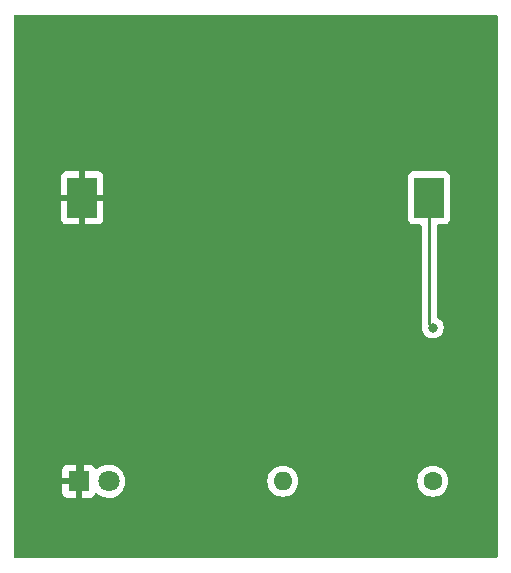
<source format=gbr>
%TF.GenerationSoftware,KiCad,Pcbnew,6.0.7-f9a2dced07~116~ubuntu22.04.1*%
%TF.CreationDate,2022-08-30T22:25:07-07:00*%
%TF.ProjectId,kicad_hello_world,6b696361-645f-4686-956c-6c6f5f776f72,0*%
%TF.SameCoordinates,Original*%
%TF.FileFunction,Copper,L2,Bot*%
%TF.FilePolarity,Positive*%
%FSLAX46Y46*%
G04 Gerber Fmt 4.6, Leading zero omitted, Abs format (unit mm)*
G04 Created by KiCad (PCBNEW 6.0.7-f9a2dced07~116~ubuntu22.04.1) date 2022-08-30 22:25:07*
%MOMM*%
%LPD*%
G01*
G04 APERTURE LIST*
%TA.AperFunction,ComponentPad*%
%ADD10O,1.600000X1.600000*%
%TD*%
%TA.AperFunction,ComponentPad*%
%ADD11C,1.600000*%
%TD*%
%TA.AperFunction,ComponentPad*%
%ADD12R,1.800000X1.800000*%
%TD*%
%TA.AperFunction,ComponentPad*%
%ADD13C,1.800000*%
%TD*%
%TA.AperFunction,SMDPad,CuDef*%
%ADD14R,2.540000X3.510000*%
%TD*%
%TA.AperFunction,ViaPad*%
%ADD15C,0.800000*%
%TD*%
%TA.AperFunction,Conductor*%
%ADD16C,0.250000*%
%TD*%
G04 APERTURE END LIST*
D10*
%TO.P,R1,2*%
%TO.N,/led*%
X137300000Y-114000000D03*
D11*
%TO.P,R1,1*%
%TO.N,VCC*%
X150000000Y-114000000D03*
%TD*%
D12*
%TO.P,D1,1,K*%
%TO.N,GND*%
X120000000Y-114000000D03*
D13*
%TO.P,D1,2,A*%
%TO.N,/led*%
X122540000Y-114000000D03*
%TD*%
D14*
%TO.P,BT1,2,-*%
%TO.N,GND*%
X120320000Y-90000000D03*
%TO.P,BT1,1,+*%
%TO.N,VCC*%
X149680000Y-90000000D03*
%TD*%
D15*
%TO.N,VCC*%
X150000000Y-101000000D03*
%TD*%
D16*
%TO.N,VCC*%
X149680000Y-100680000D02*
X150000000Y-101000000D01*
X149680000Y-90000000D02*
X149680000Y-100680000D01*
%TO.N,GND*%
X120320000Y-90000000D02*
X120320000Y-113680000D01*
X120320000Y-113680000D02*
X120000000Y-114000000D01*
%TD*%
%TA.AperFunction,Conductor*%
%TO.N,GND*%
G36*
X155433621Y-74528502D02*
G01*
X155480114Y-74582158D01*
X155491500Y-74634500D01*
X155491500Y-120365500D01*
X155471498Y-120433621D01*
X155417842Y-120480114D01*
X155365500Y-120491500D01*
X114634500Y-120491500D01*
X114566379Y-120471498D01*
X114519886Y-120417842D01*
X114508500Y-120365500D01*
X114508500Y-114944669D01*
X118592001Y-114944669D01*
X118592371Y-114951490D01*
X118597895Y-115002352D01*
X118601521Y-115017604D01*
X118646676Y-115138054D01*
X118655214Y-115153649D01*
X118731715Y-115255724D01*
X118744276Y-115268285D01*
X118846351Y-115344786D01*
X118861946Y-115353324D01*
X118982394Y-115398478D01*
X118997649Y-115402105D01*
X119048514Y-115407631D01*
X119055328Y-115408000D01*
X119727885Y-115408000D01*
X119743124Y-115403525D01*
X119744329Y-115402135D01*
X119746000Y-115394452D01*
X119746000Y-115389884D01*
X120254000Y-115389884D01*
X120258475Y-115405123D01*
X120259865Y-115406328D01*
X120267548Y-115407999D01*
X120944669Y-115407999D01*
X120951490Y-115407629D01*
X121002352Y-115402105D01*
X121017604Y-115398479D01*
X121138054Y-115353324D01*
X121153649Y-115344786D01*
X121255724Y-115268285D01*
X121268285Y-115255724D01*
X121344786Y-115153649D01*
X121353324Y-115138054D01*
X121374773Y-115080840D01*
X121417415Y-115024075D01*
X121483977Y-114999376D01*
X121553325Y-115014584D01*
X121573240Y-115028126D01*
X121705010Y-115137523D01*
X121729349Y-115157730D01*
X121929322Y-115274584D01*
X122145694Y-115357209D01*
X122150760Y-115358240D01*
X122150761Y-115358240D01*
X122203846Y-115369040D01*
X122372656Y-115403385D01*
X122503324Y-115408176D01*
X122598949Y-115411683D01*
X122598953Y-115411683D01*
X122604113Y-115411872D01*
X122609233Y-115411216D01*
X122609235Y-115411216D01*
X122708668Y-115398478D01*
X122833847Y-115382442D01*
X122838795Y-115380957D01*
X122838802Y-115380956D01*
X123050747Y-115317369D01*
X123055690Y-115315886D01*
X123060565Y-115313498D01*
X123259049Y-115216262D01*
X123259052Y-115216260D01*
X123263684Y-115213991D01*
X123452243Y-115079494D01*
X123616303Y-114916005D01*
X123751458Y-114727917D01*
X123854078Y-114520280D01*
X123921408Y-114298671D01*
X123951640Y-114069041D01*
X123953327Y-114000000D01*
X135986502Y-114000000D01*
X136006457Y-114228087D01*
X136007881Y-114233400D01*
X136007881Y-114233402D01*
X136017031Y-114267548D01*
X136065716Y-114449243D01*
X136068039Y-114454224D01*
X136068039Y-114454225D01*
X136160151Y-114651762D01*
X136160154Y-114651767D01*
X136162477Y-114656749D01*
X136293802Y-114844300D01*
X136455700Y-115006198D01*
X136460208Y-115009355D01*
X136460211Y-115009357D01*
X136460821Y-115009784D01*
X136643251Y-115137523D01*
X136648233Y-115139846D01*
X136648238Y-115139849D01*
X136807238Y-115213991D01*
X136850757Y-115234284D01*
X136856065Y-115235706D01*
X136856067Y-115235707D01*
X137066598Y-115292119D01*
X137066600Y-115292119D01*
X137071913Y-115293543D01*
X137300000Y-115313498D01*
X137528087Y-115293543D01*
X137533400Y-115292119D01*
X137533402Y-115292119D01*
X137743933Y-115235707D01*
X137743935Y-115235706D01*
X137749243Y-115234284D01*
X137792762Y-115213991D01*
X137951762Y-115139849D01*
X137951767Y-115139846D01*
X137956749Y-115137523D01*
X138139179Y-115009784D01*
X138139789Y-115009357D01*
X138139792Y-115009355D01*
X138144300Y-115006198D01*
X138306198Y-114844300D01*
X138437523Y-114656749D01*
X138439846Y-114651767D01*
X138439849Y-114651762D01*
X138531961Y-114454225D01*
X138531961Y-114454224D01*
X138534284Y-114449243D01*
X138582970Y-114267548D01*
X138592119Y-114233402D01*
X138592119Y-114233400D01*
X138593543Y-114228087D01*
X138613498Y-114000000D01*
X148686502Y-114000000D01*
X148706457Y-114228087D01*
X148707881Y-114233400D01*
X148707881Y-114233402D01*
X148717031Y-114267548D01*
X148765716Y-114449243D01*
X148768039Y-114454224D01*
X148768039Y-114454225D01*
X148860151Y-114651762D01*
X148860154Y-114651767D01*
X148862477Y-114656749D01*
X148993802Y-114844300D01*
X149155700Y-115006198D01*
X149160208Y-115009355D01*
X149160211Y-115009357D01*
X149160821Y-115009784D01*
X149343251Y-115137523D01*
X149348233Y-115139846D01*
X149348238Y-115139849D01*
X149507238Y-115213991D01*
X149550757Y-115234284D01*
X149556065Y-115235706D01*
X149556067Y-115235707D01*
X149766598Y-115292119D01*
X149766600Y-115292119D01*
X149771913Y-115293543D01*
X150000000Y-115313498D01*
X150228087Y-115293543D01*
X150233400Y-115292119D01*
X150233402Y-115292119D01*
X150443933Y-115235707D01*
X150443935Y-115235706D01*
X150449243Y-115234284D01*
X150492762Y-115213991D01*
X150651762Y-115139849D01*
X150651767Y-115139846D01*
X150656749Y-115137523D01*
X150839179Y-115009784D01*
X150839789Y-115009357D01*
X150839792Y-115009355D01*
X150844300Y-115006198D01*
X151006198Y-114844300D01*
X151137523Y-114656749D01*
X151139846Y-114651767D01*
X151139849Y-114651762D01*
X151231961Y-114454225D01*
X151231961Y-114454224D01*
X151234284Y-114449243D01*
X151282970Y-114267548D01*
X151292119Y-114233402D01*
X151292119Y-114233400D01*
X151293543Y-114228087D01*
X151313498Y-114000000D01*
X151293543Y-113771913D01*
X151285028Y-113740135D01*
X151235707Y-113556067D01*
X151235706Y-113556065D01*
X151234284Y-113550757D01*
X151216203Y-113511981D01*
X151139849Y-113348238D01*
X151139846Y-113348233D01*
X151137523Y-113343251D01*
X151006198Y-113155700D01*
X150844300Y-112993802D01*
X150839792Y-112990645D01*
X150839789Y-112990643D01*
X150737463Y-112918994D01*
X150656749Y-112862477D01*
X150651767Y-112860154D01*
X150651762Y-112860151D01*
X150454225Y-112768039D01*
X150454224Y-112768039D01*
X150449243Y-112765716D01*
X150443935Y-112764294D01*
X150443933Y-112764293D01*
X150233402Y-112707881D01*
X150233400Y-112707881D01*
X150228087Y-112706457D01*
X150000000Y-112686502D01*
X149771913Y-112706457D01*
X149766600Y-112707881D01*
X149766598Y-112707881D01*
X149556067Y-112764293D01*
X149556065Y-112764294D01*
X149550757Y-112765716D01*
X149545776Y-112768039D01*
X149545775Y-112768039D01*
X149348238Y-112860151D01*
X149348233Y-112860154D01*
X149343251Y-112862477D01*
X149262537Y-112918994D01*
X149160211Y-112990643D01*
X149160208Y-112990645D01*
X149155700Y-112993802D01*
X148993802Y-113155700D01*
X148862477Y-113343251D01*
X148860154Y-113348233D01*
X148860151Y-113348238D01*
X148783797Y-113511981D01*
X148765716Y-113550757D01*
X148764294Y-113556065D01*
X148764293Y-113556067D01*
X148714972Y-113740135D01*
X148706457Y-113771913D01*
X148686502Y-114000000D01*
X138613498Y-114000000D01*
X138593543Y-113771913D01*
X138585028Y-113740135D01*
X138535707Y-113556067D01*
X138535706Y-113556065D01*
X138534284Y-113550757D01*
X138516203Y-113511981D01*
X138439849Y-113348238D01*
X138439846Y-113348233D01*
X138437523Y-113343251D01*
X138306198Y-113155700D01*
X138144300Y-112993802D01*
X138139792Y-112990645D01*
X138139789Y-112990643D01*
X138037463Y-112918994D01*
X137956749Y-112862477D01*
X137951767Y-112860154D01*
X137951762Y-112860151D01*
X137754225Y-112768039D01*
X137754224Y-112768039D01*
X137749243Y-112765716D01*
X137743935Y-112764294D01*
X137743933Y-112764293D01*
X137533402Y-112707881D01*
X137533400Y-112707881D01*
X137528087Y-112706457D01*
X137300000Y-112686502D01*
X137071913Y-112706457D01*
X137066600Y-112707881D01*
X137066598Y-112707881D01*
X136856067Y-112764293D01*
X136856065Y-112764294D01*
X136850757Y-112765716D01*
X136845776Y-112768039D01*
X136845775Y-112768039D01*
X136648238Y-112860151D01*
X136648233Y-112860154D01*
X136643251Y-112862477D01*
X136562537Y-112918994D01*
X136460211Y-112990643D01*
X136460208Y-112990645D01*
X136455700Y-112993802D01*
X136293802Y-113155700D01*
X136162477Y-113343251D01*
X136160154Y-113348233D01*
X136160151Y-113348238D01*
X136083797Y-113511981D01*
X136065716Y-113550757D01*
X136064294Y-113556065D01*
X136064293Y-113556067D01*
X136014972Y-113740135D01*
X136006457Y-113771913D01*
X135986502Y-114000000D01*
X123953327Y-114000000D01*
X123947032Y-113923434D01*
X123934773Y-113774318D01*
X123934772Y-113774312D01*
X123934349Y-113769167D01*
X123880822Y-113556067D01*
X123879184Y-113549544D01*
X123879183Y-113549540D01*
X123877925Y-113544533D01*
X123785570Y-113332131D01*
X123659764Y-113137665D01*
X123503887Y-112966358D01*
X123499836Y-112963159D01*
X123499832Y-112963155D01*
X123326177Y-112826011D01*
X123326172Y-112826008D01*
X123322123Y-112822810D01*
X123317607Y-112820317D01*
X123317604Y-112820315D01*
X123123879Y-112713373D01*
X123123875Y-112713371D01*
X123119355Y-112710876D01*
X123114486Y-112709152D01*
X123114482Y-112709150D01*
X122905903Y-112635288D01*
X122905899Y-112635287D01*
X122901028Y-112633562D01*
X122895935Y-112632655D01*
X122895932Y-112632654D01*
X122678095Y-112593851D01*
X122678089Y-112593850D01*
X122673006Y-112592945D01*
X122595644Y-112592000D01*
X122446581Y-112590179D01*
X122446579Y-112590179D01*
X122441411Y-112590116D01*
X122212464Y-112625150D01*
X121992314Y-112697106D01*
X121987726Y-112699494D01*
X121987722Y-112699496D01*
X121791461Y-112801663D01*
X121786872Y-112804052D01*
X121782739Y-112807155D01*
X121782736Y-112807157D01*
X121605790Y-112940012D01*
X121601655Y-112943117D01*
X121598083Y-112946855D01*
X121583787Y-112961815D01*
X121522263Y-112997245D01*
X121451351Y-112993788D01*
X121393564Y-112952543D01*
X121374711Y-112918994D01*
X121353324Y-112861946D01*
X121344786Y-112846351D01*
X121268285Y-112744276D01*
X121255724Y-112731715D01*
X121153649Y-112655214D01*
X121138054Y-112646676D01*
X121017606Y-112601522D01*
X121002351Y-112597895D01*
X120951486Y-112592369D01*
X120944672Y-112592000D01*
X120272115Y-112592000D01*
X120256876Y-112596475D01*
X120255671Y-112597865D01*
X120254000Y-112605548D01*
X120254000Y-115389884D01*
X119746000Y-115389884D01*
X119746000Y-114272115D01*
X119741525Y-114256876D01*
X119740135Y-114255671D01*
X119732452Y-114254000D01*
X118610116Y-114254000D01*
X118594877Y-114258475D01*
X118593672Y-114259865D01*
X118592001Y-114267548D01*
X118592001Y-114944669D01*
X114508500Y-114944669D01*
X114508500Y-113727885D01*
X118592000Y-113727885D01*
X118596475Y-113743124D01*
X118597865Y-113744329D01*
X118605548Y-113746000D01*
X119727885Y-113746000D01*
X119743124Y-113741525D01*
X119744329Y-113740135D01*
X119746000Y-113732452D01*
X119746000Y-112610116D01*
X119741525Y-112594877D01*
X119740135Y-112593672D01*
X119732452Y-112592001D01*
X119055331Y-112592001D01*
X119048510Y-112592371D01*
X118997648Y-112597895D01*
X118982396Y-112601521D01*
X118861946Y-112646676D01*
X118846351Y-112655214D01*
X118744276Y-112731715D01*
X118731715Y-112744276D01*
X118655214Y-112846351D01*
X118646676Y-112861946D01*
X118601522Y-112982394D01*
X118597895Y-112997649D01*
X118592369Y-113048514D01*
X118592000Y-113055328D01*
X118592000Y-113727885D01*
X114508500Y-113727885D01*
X114508500Y-91799669D01*
X118542001Y-91799669D01*
X118542371Y-91806490D01*
X118547895Y-91857352D01*
X118551521Y-91872604D01*
X118596676Y-91993054D01*
X118605214Y-92008649D01*
X118681715Y-92110724D01*
X118694276Y-92123285D01*
X118796351Y-92199786D01*
X118811946Y-92208324D01*
X118932394Y-92253478D01*
X118947649Y-92257105D01*
X118998514Y-92262631D01*
X119005328Y-92263000D01*
X120047885Y-92263000D01*
X120063124Y-92258525D01*
X120064329Y-92257135D01*
X120066000Y-92249452D01*
X120066000Y-92244884D01*
X120574000Y-92244884D01*
X120578475Y-92260123D01*
X120579865Y-92261328D01*
X120587548Y-92262999D01*
X121634669Y-92262999D01*
X121641490Y-92262629D01*
X121692352Y-92257105D01*
X121707604Y-92253479D01*
X121828054Y-92208324D01*
X121843649Y-92199786D01*
X121945724Y-92123285D01*
X121958285Y-92110724D01*
X122034786Y-92008649D01*
X122043324Y-91993054D01*
X122088478Y-91872606D01*
X122092105Y-91857351D01*
X122097631Y-91806486D01*
X122097813Y-91803134D01*
X147901500Y-91803134D01*
X147908255Y-91865316D01*
X147959385Y-92001705D01*
X148046739Y-92118261D01*
X148163295Y-92205615D01*
X148299684Y-92256745D01*
X148361866Y-92263500D01*
X148920500Y-92263500D01*
X148988621Y-92283502D01*
X149035114Y-92337158D01*
X149046500Y-92389500D01*
X149046500Y-100601233D01*
X149045973Y-100612416D01*
X149044298Y-100619909D01*
X149044547Y-100627835D01*
X149044547Y-100627836D01*
X149046438Y-100687986D01*
X149046500Y-100691945D01*
X149046500Y-100719856D01*
X149046997Y-100723790D01*
X149046997Y-100723791D01*
X149047005Y-100723856D01*
X149047938Y-100735693D01*
X149049327Y-100779889D01*
X149054978Y-100799339D01*
X149058987Y-100818700D01*
X149061526Y-100838797D01*
X149064445Y-100846168D01*
X149064445Y-100846170D01*
X149077804Y-100879912D01*
X149081649Y-100891143D01*
X149086713Y-100908574D01*
X149091026Y-100956895D01*
X149086496Y-101000000D01*
X149106458Y-101189928D01*
X149165473Y-101371556D01*
X149260960Y-101536944D01*
X149388747Y-101678866D01*
X149543248Y-101791118D01*
X149549276Y-101793802D01*
X149549278Y-101793803D01*
X149711681Y-101866109D01*
X149717712Y-101868794D01*
X149811112Y-101888647D01*
X149898056Y-101907128D01*
X149898061Y-101907128D01*
X149904513Y-101908500D01*
X150095487Y-101908500D01*
X150101939Y-101907128D01*
X150101944Y-101907128D01*
X150188888Y-101888647D01*
X150282288Y-101868794D01*
X150288319Y-101866109D01*
X150450722Y-101793803D01*
X150450724Y-101793802D01*
X150456752Y-101791118D01*
X150611253Y-101678866D01*
X150739040Y-101536944D01*
X150834527Y-101371556D01*
X150893542Y-101189928D01*
X150913504Y-101000000D01*
X150902063Y-100891143D01*
X150894232Y-100816635D01*
X150894232Y-100816633D01*
X150893542Y-100810072D01*
X150834527Y-100628444D01*
X150739040Y-100463056D01*
X150611253Y-100321134D01*
X150456752Y-100208882D01*
X150450719Y-100206196D01*
X150450714Y-100206193D01*
X150388251Y-100178382D01*
X150334155Y-100132402D01*
X150313500Y-100063276D01*
X150313500Y-92389500D01*
X150333502Y-92321379D01*
X150387158Y-92274886D01*
X150439500Y-92263500D01*
X150998134Y-92263500D01*
X151060316Y-92256745D01*
X151196705Y-92205615D01*
X151313261Y-92118261D01*
X151400615Y-92001705D01*
X151451745Y-91865316D01*
X151458500Y-91803134D01*
X151458500Y-88196866D01*
X151451745Y-88134684D01*
X151400615Y-87998295D01*
X151313261Y-87881739D01*
X151196705Y-87794385D01*
X151060316Y-87743255D01*
X150998134Y-87736500D01*
X148361866Y-87736500D01*
X148299684Y-87743255D01*
X148163295Y-87794385D01*
X148046739Y-87881739D01*
X147959385Y-87998295D01*
X147908255Y-88134684D01*
X147901500Y-88196866D01*
X147901500Y-91803134D01*
X122097813Y-91803134D01*
X122098000Y-91799672D01*
X122098000Y-90272115D01*
X122093525Y-90256876D01*
X122092135Y-90255671D01*
X122084452Y-90254000D01*
X120592115Y-90254000D01*
X120576876Y-90258475D01*
X120575671Y-90259865D01*
X120574000Y-90267548D01*
X120574000Y-92244884D01*
X120066000Y-92244884D01*
X120066000Y-90272115D01*
X120061525Y-90256876D01*
X120060135Y-90255671D01*
X120052452Y-90254000D01*
X118560116Y-90254000D01*
X118544877Y-90258475D01*
X118543672Y-90259865D01*
X118542001Y-90267548D01*
X118542001Y-91799669D01*
X114508500Y-91799669D01*
X114508500Y-89727885D01*
X118542000Y-89727885D01*
X118546475Y-89743124D01*
X118547865Y-89744329D01*
X118555548Y-89746000D01*
X120047885Y-89746000D01*
X120063124Y-89741525D01*
X120064329Y-89740135D01*
X120066000Y-89732452D01*
X120066000Y-89727885D01*
X120574000Y-89727885D01*
X120578475Y-89743124D01*
X120579865Y-89744329D01*
X120587548Y-89746000D01*
X122079884Y-89746000D01*
X122095123Y-89741525D01*
X122096328Y-89740135D01*
X122097999Y-89732452D01*
X122097999Y-88200331D01*
X122097629Y-88193510D01*
X122092105Y-88142648D01*
X122088479Y-88127396D01*
X122043324Y-88006946D01*
X122034786Y-87991351D01*
X121958285Y-87889276D01*
X121945724Y-87876715D01*
X121843649Y-87800214D01*
X121828054Y-87791676D01*
X121707606Y-87746522D01*
X121692351Y-87742895D01*
X121641486Y-87737369D01*
X121634672Y-87737000D01*
X120592115Y-87737000D01*
X120576876Y-87741475D01*
X120575671Y-87742865D01*
X120574000Y-87750548D01*
X120574000Y-89727885D01*
X120066000Y-89727885D01*
X120066000Y-87755116D01*
X120061525Y-87739877D01*
X120060135Y-87738672D01*
X120052452Y-87737001D01*
X119005331Y-87737001D01*
X118998510Y-87737371D01*
X118947648Y-87742895D01*
X118932396Y-87746521D01*
X118811946Y-87791676D01*
X118796351Y-87800214D01*
X118694276Y-87876715D01*
X118681715Y-87889276D01*
X118605214Y-87991351D01*
X118596676Y-88006946D01*
X118551522Y-88127394D01*
X118547895Y-88142649D01*
X118542369Y-88193514D01*
X118542000Y-88200328D01*
X118542000Y-89727885D01*
X114508500Y-89727885D01*
X114508500Y-74634500D01*
X114528502Y-74566379D01*
X114582158Y-74519886D01*
X114634500Y-74508500D01*
X155365500Y-74508500D01*
X155433621Y-74528502D01*
G37*
%TD.AperFunction*%
%TD*%
M02*

</source>
